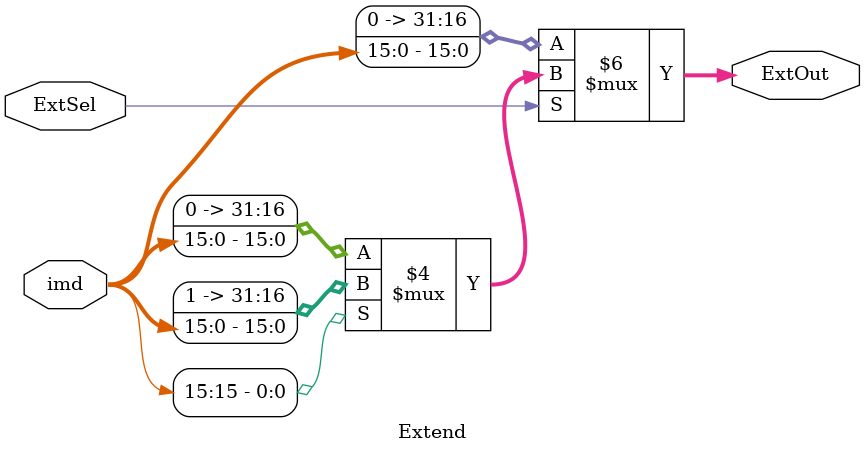
<source format=v>
`timescale 1ns / 1ps


module Extend(
    input ExtSel,
    input [15:0] imd,
    output reg [31:0] ExtOut
    );
    
    always @(imd or ExtSel) begin
        if(ExtSel) begin
            if(imd[15])
                ExtOut <= {16'hffff,imd[15:0]};
            else
                ExtOut <= {16'h0000,imd[15:0]};
        end
        
        else 
            ExtOut <= {16'h0000, imd[15:0]};
    end
endmodule

</source>
